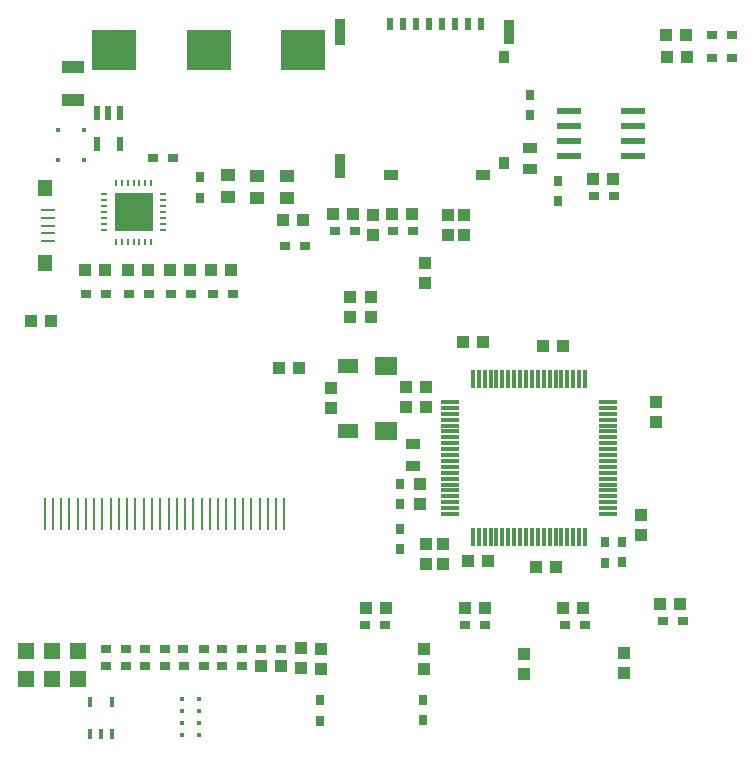
<source format=gbr>
%TF.GenerationSoftware,Novarm,DipTrace,3.2.0.1*%
%TF.CreationDate,2018-12-02T20:47:13-08:00*%
%FSLAX26Y26*%
%MOIN*%
%TF.FileFunction,Paste,Top*%
%TF.Part,Single*%
%AMOUTLINE0*
4,1,4,
-0.035433,0.019685,
-0.035433,-0.019685,
0.035433,-0.019685,
0.035433,0.019685,
-0.035433,0.019685,
0*%
%AMOUTLINE2*
4,1,4,
-0.023622,0.015748,
-0.023622,-0.015748,
0.023622,-0.015748,
0.023622,0.015748,
-0.023622,0.015748,
0*%
%AMOUTLINE3*
4,1,4,
-0.010827,-0.023622,
0.010827,-0.023622,
0.010827,0.023622,
-0.010827,0.023622,
-0.010827,-0.023622,
0*%
%ADD26R,0.03937X0.043307*%
%ADD27R,0.043307X0.03937*%
%ADD50R,0.062992X0.011811*%
%ADD51R,0.011811X0.062992*%
%ADD64R,0.07874X0.023622*%
%ADD68R,0.074803X0.059055*%
%ADD83R,0.066803X0.051055*%
%ADD91R,0.011685X0.003811*%
%ADD93R,0.003811X0.011685*%
%ADD95R,0.015622X0.035307*%
%ADD97R,0.007748X0.11011*%
%ADD99R,0.129795X0.129795*%
%ADD101O,0.003811X0.025465*%
%ADD103O,0.025465X0.003811*%
%ADD109R,0.052X0.052*%
%ADD113R,0.037669X0.041213*%
%ADD115R,0.037669X0.039244*%
%ADD117R,0.051055X0.037276*%
%ADD119R,0.037276X0.078614*%
%ADD121R,0.037276X0.090425*%
%ADD123R,0.023496X0.040819*%
%ADD127R,0.047118X0.054992*%
%ADD129R,0.04515X0.007748*%
%ADD135R,0.015622X0.015622*%
%ADD137R,0.051055X0.043181*%
%ADD139R,0.035307X0.03137*%
%ADD141R,0.03137X0.035307*%
%ADD143R,0.14948X0.133732*%
%ADD149OUTLINE0*%
%ADD151OUTLINE2*%
%ADD152OUTLINE3*%
G75*
G01*
%LPD*%
D143*
X1406202Y2734324D3*
X1091242D3*
X776281D3*
D26*
X1796824Y1287450D3*
Y1220521D3*
X1749809Y1543843D3*
Y1610772D3*
X1497617Y1541625D3*
Y1608554D3*
D141*
X1728075Y1221827D3*
Y1288756D3*
D26*
X1815427Y1543843D3*
Y1610772D3*
D141*
X1728075Y1137450D3*
Y1070521D3*
D27*
X2006032Y1762570D3*
X1939103D3*
X1956365Y1031257D3*
X2023294D3*
D26*
X2531200Y1118696D3*
Y1185625D3*
D27*
X2249756Y1012649D3*
X2182827D3*
D26*
X2580971Y1493848D3*
Y1560777D3*
D137*
X1156201Y2318701D3*
Y2243898D3*
D27*
X2206011Y1750071D3*
X2272940D3*
D141*
X1062452Y2310630D3*
Y2243701D3*
D137*
X1252987Y2315448D3*
Y2240645D3*
X1352978Y2315448D3*
Y2240645D3*
D139*
X749316Y737225D3*
X816246D3*
X878080D3*
X945009D3*
X1135607D3*
X1202536D3*
X1264370D3*
X1331299D3*
D141*
X2162265Y2518740D3*
Y2585670D3*
D139*
X816625Y680526D3*
X749696D3*
D26*
X1399950Y676772D3*
Y743701D3*
D27*
X1331299Y680969D3*
X1264370D3*
D26*
X1812302Y2025042D3*
Y1958113D3*
D139*
X1135692Y681201D3*
X1202621D3*
X1007110D3*
X1074040D3*
D135*
X676013Y2468746D3*
X589399D3*
X676013Y2368756D3*
X589399D3*
D149*
X637425Y2568735D3*
Y2678971D3*
D129*
X554235Y2201133D3*
Y2175542D3*
Y2149952D3*
Y2124361D3*
Y2098771D3*
D127*
X545377Y2275936D3*
Y2023967D3*
D123*
X1695110Y2820899D3*
X1738418D3*
X1781725D3*
X1825032D3*
X1868339D3*
X1911646D3*
X1954953D3*
X1998260D3*
D121*
X1528181Y2796109D3*
D119*
Y2350046D3*
D117*
X1697473Y2318550D3*
X2003772D3*
D115*
X2075032Y2357132D3*
D113*
Y2711462D3*
D119*
X2090780Y2796109D3*
D151*
X1771974Y1350042D3*
Y1420908D3*
X2162265Y2337509D3*
Y2408376D3*
D139*
X1106126Y1921928D3*
X1173055D3*
X965516D3*
X1032445D3*
X1343958Y2083452D3*
X1410887D3*
X824906Y1921928D3*
X891835D3*
X681171D3*
X748100D3*
X2605709Y831201D3*
X2672638D3*
X2278625Y818701D3*
X2345554D3*
X1945293D3*
X2012222D3*
X1611960D3*
X1678889D3*
X1705870Y2131374D3*
X1772799D3*
X1512100D3*
X1579029D3*
X2374743Y2250019D3*
X2441672D3*
X2768208Y2709334D3*
X2835137D3*
X2768208Y2784334D3*
X2835137D3*
D26*
X1631201Y1912452D3*
Y1845523D3*
D27*
X1339378Y2168872D3*
X1406307D3*
X1324853Y1675079D3*
X1391782D3*
X499940Y1831313D3*
X566869D3*
D26*
X1887625Y2118873D3*
Y2185802D3*
D141*
X2468483Y1094076D3*
Y1027147D3*
D27*
X821781Y2003170D3*
X888710D3*
X678046D3*
X744975D3*
D139*
X903929Y2375912D3*
X970858D3*
D27*
X1099877Y2003170D3*
X1166806D3*
D141*
X2412239Y1093890D3*
Y1026961D3*
D26*
X1562452Y1912452D3*
Y1845523D3*
D27*
X962391Y2003170D3*
X1029320D3*
X2662452Y887449D3*
X2595523D3*
X2339488Y874949D3*
X2272559D3*
X2012450Y874950D3*
X1945521D3*
X1681066Y874949D3*
X1614137D3*
X1701771Y2187452D3*
X1768700D3*
D26*
X1637450Y2118701D3*
Y2185630D3*
D27*
X1506198Y2187452D3*
X1573128D3*
D26*
X1943538Y2118782D3*
Y2185711D3*
D27*
X2372525Y2304045D3*
X2439454D3*
D26*
X1464774Y739696D3*
Y672767D3*
D139*
X1073772Y737225D3*
X1006843D3*
D26*
X1808559Y739696D3*
Y672767D3*
X2141673Y720944D3*
Y654015D3*
X2475170Y724983D3*
Y658054D3*
X1871067Y1089463D3*
Y1022534D3*
X1814811Y1089463D3*
Y1022534D3*
D27*
X2618467Y2712470D3*
X2685397D3*
X2616250Y2785244D3*
X2683179D3*
D139*
X878530Y681201D3*
X945460D3*
D141*
X2256201Y2233023D3*
Y2299952D3*
D109*
X481192Y731428D3*
X568698Y731201D3*
X656173Y731428D3*
X481192Y637688D3*
X568683D3*
X656173D3*
D50*
X1894685Y1562450D3*
Y1542765D3*
Y1523080D3*
Y1503395D3*
Y1483710D3*
Y1464025D3*
Y1444340D3*
Y1424655D3*
Y1404970D3*
Y1385285D3*
Y1365600D3*
Y1345915D3*
Y1326230D3*
Y1306545D3*
Y1286860D3*
Y1267175D3*
Y1247490D3*
Y1227805D3*
Y1208120D3*
Y1188435D3*
D51*
X1971457Y1111663D3*
X1991142D3*
X2010827D3*
X2030512D3*
X2050197D3*
X2069882D3*
X2089567D3*
X2109252D3*
X2128937D3*
X2148622D3*
X2168307D3*
X2187992D3*
X2207677D3*
X2227362D3*
X2247047D3*
X2266732D3*
X2286418D3*
X2306103D3*
X2325788D3*
X2345473D3*
D50*
X2422244Y1188435D3*
Y1208120D3*
Y1227805D3*
Y1247490D3*
Y1267175D3*
Y1286860D3*
Y1306545D3*
Y1326230D3*
Y1345915D3*
Y1365600D3*
Y1385285D3*
Y1404970D3*
Y1424655D3*
Y1444340D3*
Y1464025D3*
Y1483710D3*
Y1503395D3*
Y1523080D3*
Y1542765D3*
Y1562450D3*
D51*
X2345473Y1639222D3*
X2325788D3*
X2306103D3*
X2286418D3*
X2266732D3*
X2247047D3*
X2227362D3*
X2207677D3*
X2187992D3*
X2168307D3*
X2148622D3*
X2128937D3*
X2109252D3*
X2089567D3*
X2069882D3*
X2050197D3*
X2030512D3*
X2010827D3*
X1991142D3*
X1971457D3*
D152*
X793701Y2524949D3*
X756299D3*
X718898D3*
Y2422579D3*
X793701D3*
D103*
X741831Y2254307D3*
Y2234622D3*
Y2214937D3*
Y2195252D3*
Y2175567D3*
Y2155882D3*
Y2136197D3*
D101*
X781201Y2096827D3*
X800886D3*
X820571D3*
X840256D3*
X859941D3*
X879626D3*
X899311D3*
D103*
X938681Y2136197D3*
Y2155882D3*
Y2175567D3*
Y2195252D3*
Y2214937D3*
Y2234622D3*
Y2254307D3*
D101*
X899311Y2293677D3*
X879626D3*
X859941D3*
X840256D3*
X820571D3*
X800886D3*
X781201D3*
D99*
X840256Y2195252D3*
D97*
X543701Y1187454D3*
X571260D3*
X598819D3*
X626378D3*
X653937D3*
X681496D3*
X709055D3*
X736614D3*
X764173D3*
X791732D3*
X819292D3*
X846851D3*
X874410D3*
X901969D3*
X929528D3*
X957087D3*
X984646D3*
X1012205D3*
X1039764D3*
X1067323D3*
X1094882D3*
X1122441D3*
X1150000D3*
X1177559D3*
X1205118D3*
X1232677D3*
X1260236D3*
X1287795D3*
X1315355D3*
X1342914D3*
D95*
X693670Y456457D3*
X731071D3*
X768473D3*
Y562756D3*
X693670D3*
D93*
X1299950Y593701D3*
X1280265D3*
X1260580D3*
X1240895D3*
X1221210D3*
D91*
X1211368Y564173D3*
Y544488D3*
Y524803D3*
D93*
X1240895Y495276D3*
X1260580D3*
X1280265D3*
X1299950D3*
D91*
X1309793Y524803D3*
Y544488D3*
Y564173D3*
D93*
X1221210Y495276D3*
D64*
X2293502Y2531239D3*
Y2481239D3*
Y2431239D3*
Y2381239D3*
X2506100D3*
Y2431239D3*
Y2481239D3*
Y2531239D3*
D135*
X1002314Y453078D3*
X1057432D3*
Y492841D3*
X1002314D3*
Y532605D3*
X1057432D3*
Y572369D3*
X1002314D3*
D68*
X1681066Y1465726D3*
Y1682261D3*
D83*
X1555082D3*
Y1465726D3*
D141*
X1462339Y567131D3*
Y500202D3*
X1806053Y568945D3*
Y502016D3*
M02*

</source>
